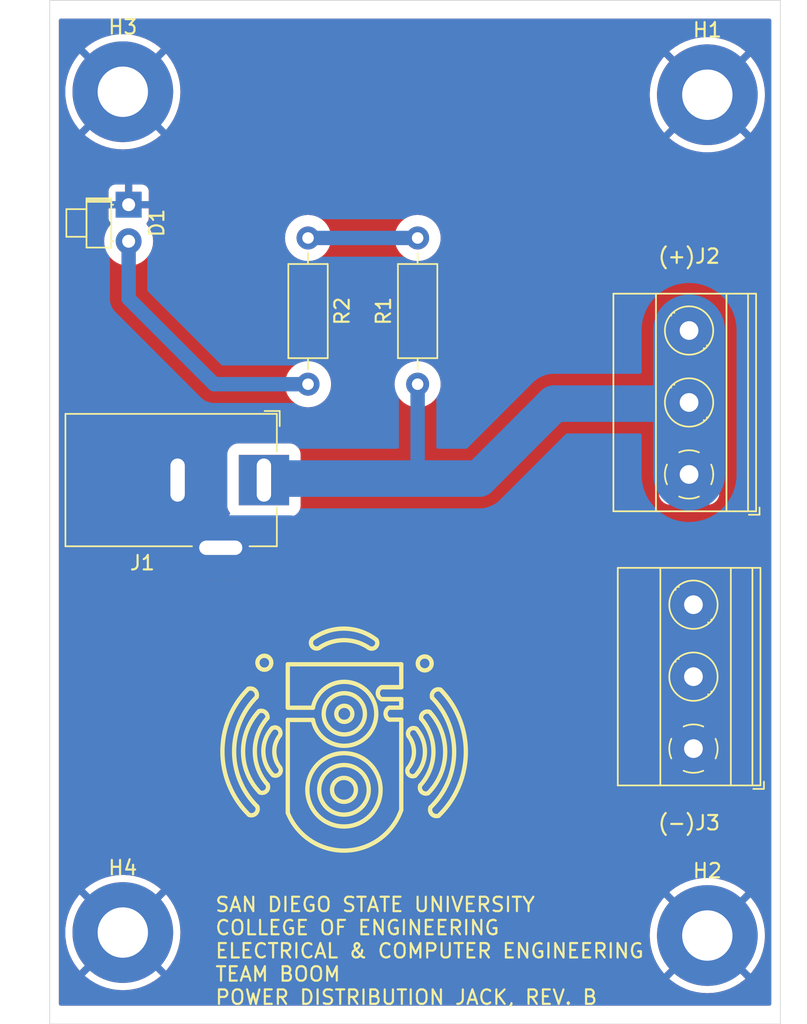
<source format=kicad_pcb>
(kicad_pcb (version 20240108) (generator "pcbnew") (generator_version "8.0")
  (layers (0 "F.Cu" signal) (31 "B.Cu" signal) (34 "B.Paste" user) (35 "F.Paste" user) (36 "B.SilkS" user "B.Silkscreen") (37 "F.SilkS" user "F.Silkscreen") (38 "B.Mask" user) (39 "F.Mask" user) (44 "Edge.Cuts" user))
  (net 0 "")
  (net 1 "Net-(R1-Pad2)")
  (net 2 "18V")
  (net 3 "Net-(D1-A)")
  (net 4 "GND")
  (footprint "MountingHole:MountingHole_3.5mm_Pad" (layer "F.Cu") (at 124.46 130.81)
    (property "Reference" "H4" (at 0 -4.5 0) (layer "F.SilkS"))
    (property "Value" "MountingHole_Pad")
    (pad "1" thru_hole circle (at 0 0) (size 7 7) (drill 3.5) (layers "*.Cu" "*.Mask") (net 4 "GND"))
  )
  (footprint "LED_THT:LED_D1.8mm_W1.8mm_H2.4mm_Horizontal_O1.27mm_Z1.6mm" (layer "F.Cu") (at 124.865 80.237 -90)
    (property "Reference" "D1" (at 1.27 -1.96 90) (layer "F.SilkS"))
    (property "Value" "LED (PWR Indicator)")
    (fp_line (start 0.31 4.33) (end 2.23 4.33) (stroke (width 0.12)) (layer "F.SilkS"))
    (fp_line (start 2.23 4.33) (end 2.23 2.93) (stroke (width 0.12)) (layer "F.SilkS"))
    (fp_line (start -0.44 2.93) (end 2.98 2.93) (stroke (width 0.12)) (layer "F.SilkS"))
    (fp_line (start 0.31 2.93) (end 0.31 4.33) (stroke (width 0.12)) (layer "F.SilkS"))
    (fp_line (start 2.23 2.93) (end 0.31 2.93) (stroke (width 0.12)) (layer "F.SilkS"))
    (fp_line (start 2.98 2.93) (end 2.98 1.21) (stroke (width 0.12)) (layer "F.SilkS"))
    (fp_line (start -0.44 1.21) (end -0.44 2.93) (stroke (width 0.12)) (layer "F.SilkS"))
    (fp_line (start -0.32 1.21) (end -0.32 2.93) (stroke (width 0.12)) (layer "F.SilkS"))
    (fp_line (start -0.2 1.21) (end -0.2 2.93) (stroke (width 0.12)) (layer "F.SilkS"))
    (fp_line (start 0 1.21) (end 0 1.21) (stroke (width 0.12)) (layer "F.SilkS"))
    (fp_line (start 0 1.21) (end 0 1.08) (stroke (width 0.12)) (layer "F.SilkS"))
    (fp_line (start 2.54 1.21) (end 2.54 1.21) (stroke (width 0.12)) (layer "F.SilkS"))
    (fp_line (start 2.54 1.21) (end 2.54 1.08) (stroke (width 0.12)) (layer "F.SilkS"))
    (fp_line (start 2.98 1.21) (end -0.44 1.21) (stroke (width 0.12)) (layer "F.SilkS"))
    (fp_line (start 0 1.08) (end 0 1.21) (stroke (width 0.12)) (layer "F.SilkS"))
    (fp_line (start 0 1.08) (end 0 1.08) (stroke (width 0.12)) (layer "F.SilkS"))
    (fp_line (start 2.54 1.08) (end 2.54 1.21) (stroke (width 0.12)) (layer "F.SilkS"))
    (fp_line (start 2.54 1.08) (end 2.54 1.08) (stroke (width 0.12)) (layer "F.SilkS"))
    (pad "1" thru_hole rect (at 0 0 270) (size 1.8 1.8) (drill 0.9) (layers "*.Cu" "*.Mask") (net 4 "GND"))
    (pad "2" thru_hole circle (at 2.54 0 270) (size 1.8 1.8) (drill 0.9) (layers "*.Cu" "*.Mask") (net 3 "Net-(D1-A)"))
  )
  (footprint "Connector_BarrelJack:BarrelJack_Horizontal" (layer "F.Cu") (at 134.27 99.3725)
    (property "Reference" "J1" (at -8.45 5.75 0) (layer "F.SilkS"))
    (property "Value" "Barrel_Jack_Switch_MountingPin")
    (fp_line (start -13.8 -4.6) (end 0.9 -4.6) (stroke (width 0.12)) (layer "F.SilkS"))
    (fp_line (start -13.8 4.6) (end -13.8 -4.6) (stroke (width 0.12)) (layer "F.SilkS"))
    (fp_line (start -5 4.6) (end -13.8 4.6) (stroke (width 0.12)) (layer "F.SilkS"))
    (fp_line (start 0.05 -4.8) (end 1.1 -4.8) (stroke (width 0.12)) (layer "F.SilkS"))
    (fp_line (start 0.9 -4.6) (end 0.9 -2) (stroke (width 0.12)) (layer "F.SilkS"))
    (fp_line (start 0.9 1.9) (end 0.9 4.6) (stroke (width 0.12)) (layer "F.SilkS"))
    (fp_line (start 0.9 4.6) (end -1 4.6) (stroke (width 0.12)) (layer "F.SilkS"))
    (fp_line (start 1.1 -3.75) (end 1.1 -4.8) (stroke (width 0.12)) (layer "F.SilkS"))
    (pad "1" thru_hole rect (at 0 0) (size 3.5 3.5) (drill oval 1 3) (layers "*.Cu" "*.Mask") (net 2 "18V"))
    (pad "2" thru_hole roundrect (at -6 0) (size 3 3.5) (drill oval 1 3) (layers "*.Cu" "*.Mask") (net 4 "GND"))
    (pad "3" thru_hole roundrect (at -3 4.7) (size 3.5 3.5) (drill oval 3 1) (layers "*.Cu" "*.Mask") (net 4 "GND"))
  )
  (footprint "Resistor_THT:R_Axial_DIN0207_L6.3mm_D2.5mm_P10.16mm_Horizontal" (layer "F.Cu") (at 144.958 92.71 90)
    (property "Reference" "R1" (at 5.08 -2.37 90) (layer "F.SilkS"))
    (property "Value" "500")
    (fp_line (start 8.35 -1.37) (end 1.81 -1.37) (stroke (width 0.12)) (layer "F.SilkS"))
    (fp_line (start 1.81 -1.37) (end 1.81 1.37) (stroke (width 0.12)) (layer "F.SilkS"))
    (fp_line (start 9.12 0) (end 8.35 0) (stroke (width 0.12)) (layer "F.SilkS"))
    (fp_line (start 1.04 0) (end 1.81 0) (stroke (width 0.12)) (layer "F.SilkS"))
    (fp_line (start 8.35 1.37) (end 8.35 -1.37) (stroke (width 0.12)) (layer "F.SilkS"))
    (fp_line (start 1.81 1.37) (end 8.35 1.37) (stroke (width 0.12)) (layer "F.SilkS"))
    (pad "1" thru_hole circle (at 0 0 90) (size 1.6 1.6) (drill 0.8) (layers "*.Cu" "*.Mask") (net 2 "18V"))
    (pad "2" thru_hole oval (at 10.16 0 90) (size 1.6 1.6) (drill 0.8) (layers "*.Cu" "*.Mask") (net 1 "Net-(R1-Pad2)"))
  )
  (footprint "TerminalBlock_Phoenix:TerminalBlock_Phoenix_MKDS-1,5-3_1x03_P5.00mm_Horizontal" (layer "F.Cu") (at 164.135 118.03 90)
    (property "Reference" "(-)J3" (at -5.16 -0.305 0) (layer "F.SilkS"))
    (property "Value" "Screw_Terminal_01x03")
    (fp_line (start 12.56 -5.261) (end 12.56 4.66) (stroke (width 0.12)) (layer "F.SilkS"))
    (fp_line (start -2.56 -5.261) (end 12.56 -5.261) (stroke (width 0.12)) (layer "F.SilkS"))
    (fp_line (start -2.56 -5.261) (end -2.56 4.66) (stroke (width 0.12)) (layer "F.SilkS"))
    (fp_line (start -2.56 -2.301) (end 12.56 -2.301) (stroke (width 0.12)) (layer "F.SilkS"))
    (fp_line (start 11.07 -1.275) (end 11.035 -1.239) (stroke (width 0.12)) (layer "F.SilkS"))
    (fp_line (start 6.07 -1.275) (end 6.035 -1.239) (stroke (width 0.12)) (layer "F.SilkS"))
    (fp_line (start 11.275 -1.069) (end 11.228 -1.023) (stroke (width 0.12)) (layer "F.SilkS"))
    (fp_line (start 6.275 -1.069) (end 6.228 -1.023) (stroke (width 0.12)) (layer "F.SilkS"))
    (fp_line (start 8.773 1.023) (end 8.726 1.069) (stroke (width 0.12)) (layer "F.SilkS"))
    (fp_line (start 3.773 1.023) (end 3.726 1.069) (stroke (width 0.12)) (layer "F.SilkS"))
    (fp_line (start 8.966 1.239) (end 8.931 1.274) (stroke (width 0.12)) (layer "F.SilkS"))
    (fp_line (start 3.966 1.239) (end 3.931 1.274) (stroke (width 0.12)) (layer "F.SilkS"))
    (fp_line (start -2.56 2.6) (end 12.56 2.6) (stroke (width 0.12)) (layer "F.SilkS"))
    (fp_line (start -2.56 4.1) (end 12.56 4.1) (stroke (width 0.12)) (layer "F.SilkS"))
    (fp_line (start -2.8 4.16) (end -2.8 4.9) (stroke (width 0.12)) (layer "F.SilkS"))
    (fp_line (start -2.56 4.66) (end 12.56 4.66) (stroke (width 0.12)) (layer "F.SilkS"))
    (fp_line (start -2.8 4.9) (end -2.3 4.9) (stroke (width 0.12)) (layer "F.SilkS"))
    (fp_arc (start -0.683042 -1.535427) (mid 0.000524 -1.680501) (end 0.684 -1.535) (stroke (width 0.12)) (layer "F.SilkS"))
    (fp_arc (start 1.535427 -0.683042) (mid 1.680501 0.000524) (end 1.535 0.684) (stroke (width 0.12)) (layer "F.SilkS"))
    (fp_arc (start -1.535427 0.683042) (mid -1.680501 -0.000524) (end -1.535 -0.684) (stroke (width 0.12)) (layer "F.SilkS"))
    (fp_arc (start 0.683318 1.534756) (mid 0.349292 1.643288) (end 0 1.68) (stroke (width 0.12)) (layer "F.SilkS"))
    (fp_arc (start 0.028805 1.680253) (mid -0.335551 1.646659) (end -0.684 1.535) (stroke (width 0.12)) (layer "F.SilkS"))
    (fp_circle (center 10 0) (end 11.68 0) (stroke (width 0.12)) (fill none) (layer "F.SilkS"))
    (fp_circle (center 5 0) (end 6.68 0) (stroke (width 0.12)) (fill none) (layer "F.SilkS"))
    (pad "1" thru_hole rect (at 0 0 90) (size 2.6 2.6) (drill 1.3) (layers "*.Cu" "*.Mask") (net 4 "GND"))
    (pad "2" thru_hole circle (at 5 0 90) (size 2.6 2.6) (drill 1.3) (layers "*.Cu" "*.Mask") (net 4 "GND"))
    (pad "3" thru_hole circle (at 10 0 90) (size 2.6 2.6) (drill 1.3) (layers "*.Cu" "*.Mask") (net 4 "GND"))
  )
  (footprint "MountingHole:MountingHole_3.5mm_Pad" (layer "F.Cu") (at 165.1 131.017)
    (property "Reference" "H2" (at 0 -4.5 0) (layer "F.SilkS"))
    (property "Value" "MountingHole_Pad")
    (pad "1" thru_hole circle (at 0 0) (size 7 7) (drill 3.5) (layers "*.Cu" "*.Mask") (net 4 "GND"))
  )
  (footprint "MountingHole:MountingHole_3.5mm_Pad" (layer "F.Cu") (at 165.1 72.597)
    (property "Reference" "H1" (at 0 -4.5 0) (layer "F.SilkS"))
    (property "Value" "MountingHole_Pad")
    (pad "1" thru_hole circle (at 0 0) (size 7 7) (drill 3.5) (layers "*.Cu" "*.Mask") (net 4 "GND"))
  )
  (footprint "MountingHole:MountingHole_3.5mm_Pad" (layer "F.Cu") (at 124.46 72.39)
    (property "Reference" "H3" (at 0 -4.5 0) (layer "F.SilkS"))
    (property "Value" "MountingHole_Pad")
    (pad "1" thru_hole circle (at 0 0) (size 7 7) (drill 3.5) (layers "*.Cu" "*.Mask") (net 4 "GND"))
  )
  (footprint "TerminalBlock_Phoenix:TerminalBlock_Phoenix_MKDS-1,5-3_1x03_P5.00mm_Horizontal" (layer "F.Cu") (at 163.83 98.98 90)
    (property "Reference" "(+)J2" (at 15.16 0 0) (layer "F.SilkS"))
    (property "Value" "Screw_Terminal_01x03")
    (fp_line (start 12.56 -5.261) (end 12.56 4.66) (stroke (width 0.12)) (layer "F.SilkS"))
    (fp_line (start -2.56 -5.261) (end 12.56 -5.261) (stroke (width 0.12)) (layer "F.SilkS"))
    (fp_line (start -2.56 -5.261) (end -2.56 4.66) (stroke (width 0.12)) (layer "F.SilkS"))
    (fp_line (start -2.56 -2.301) (end 12.56 -2.301) (stroke (width 0.12)) (layer "F.SilkS"))
    (fp_line (start 11.07 -1.275) (end 11.035 -1.239) (stroke (width 0.12)) (layer "F.SilkS"))
    (fp_line (start 6.07 -1.275) (end 6.035 -1.239) (stroke (width 0.12)) (layer "F.SilkS"))
    (fp_line (start 11.275 -1.069) (end 11.228 -1.023) (stroke (width 0.12)) (layer "F.SilkS"))
    (fp_line (start 6.275 -1.069) (end 6.228 -1.023) (stroke (width 0.12)) (layer "F.SilkS"))
    (fp_line (start 8.773 1.023) (end 8.726 1.069) (stroke (width 0.12)) (layer "F.SilkS"))
    (fp_line (start 3.773 1.023) (end 3.726 1.069) (stroke (width 0.12)) (layer "F.SilkS"))
    (fp_line (start 8.966 1.239) (end 8.931 1.274) (stroke (width 0.12)) (layer "F.SilkS"))
    (fp_line (start 3.966 1.239) (end 3.931 1.274) (stroke (width 0.12)) (layer "F.SilkS"))
    (fp_line (start -2.56 2.6) (end 12.56 2.6) (stroke (width 0.12)) (layer "F.SilkS"))
    (fp_line (start -2.56 4.1) (end 12.56 4.1) (stroke (width 0.12)) (layer "F.SilkS"))
    (fp_line (start -2.8 4.16) (end -2.8 4.9) (stroke (width 0.12)) (layer "F.SilkS"))
    (fp_line (start -2.56 4.66) (end 12.56 4.66) (stroke (width 0.12)) (layer "F.SilkS"))
    (fp_line (start -2.8 4.9) (end -2.3 4.9) (stroke (width 0.12)) (layer "F.SilkS"))
    (fp_arc (start -0.683042 -1.535427) (mid 0.000524 -1.680501) (end 0.684 -1.535) (stroke (width 0.12)) (layer "F.SilkS"))
    (fp_arc (start 1.535427 -0.683042) (mid 1.680501 0.000524) (end 1.535 0.684) (stroke (width 0.12)) (layer "F.SilkS"))
    (fp_arc (start -1.535427 0.683042) (mid -1.680501 -0.000524) (end -1.535 -0.684) (stroke (width 0.12)) (layer "F.SilkS"))
    (fp_arc (start 0.683318 1.534756) (mid 0.349292 1.643288) (end 0 1.68) (stroke (width 0.12)) (layer "F.SilkS"))
    (fp_arc (start 0.028805 1.680253) (mid -0.335551 1.646659) (end -0.684 1.535) (stroke (width 0.12)) (layer "F.SilkS"))
    (fp_circle (center 10 0) (end 11.68 0) (stroke (width 0.12)) (fill none) (layer "F.SilkS"))
    (fp_circle (center 5 0) (end 6.68 0) (stroke (width 0.12)) (fill none) (layer "F.SilkS"))
    (pad "1" thru_hole rect (at 0 0 90) (size 2.6 2.6) (drill 1.3) (layers "*.Cu" "*.Mask") (net 2 "18V"))
    (pad "2" thru_hole circle (at 5 0 90) (size 2.6 2.6) (drill 1.3) (layers "*.Cu" "*.Mask") (net 2 "18V"))
    (pad "3" thru_hole circle (at 10 0 90) (size 2.6 2.6) (drill 1.3) (layers "*.Cu" "*.Mask") (net 2 "18V"))
  )
  (footprint "Resistor_THT:R_Axial_DIN0207_L6.3mm_D2.5mm_P10.16mm_Horizontal" (layer "F.Cu") (at 137.338 82.55 -90)
    (property "Reference" "R2" (at 5.08 -2.37 90) (layer "F.SilkS"))
    (property "Value" "400")
    (fp_line (start 1.81 1.37) (end 8.35 1.37) (stroke (width 0.12)) (layer "F.SilkS"))
    (fp_line (start 8.35 1.37) (end 8.35 -1.37) (stroke (width 0.12)) (layer "F.SilkS"))
    (fp_line (start 1.04 0) (end 1.81 0) (stroke (width 0.12)) (layer "F.SilkS"))
    (fp_line (start 9.12 0) (end 8.35 0) (stroke (width 0.12)) (layer "F.SilkS"))
    (fp_line (start 1.81 -1.37) (end 1.81 1.37) (stroke (width 0.12)) (layer "F.SilkS"))
    (fp_line (start 8.35 -1.37) (end 1.81 -1.37) (stroke (width 0.12)) (layer "F.SilkS"))
    (pad "1" thru_hole circle (at 0 0 270) (size 1.6 1.6) (drill 0.8) (layers "*.Cu" "*.Mask") (net 1 "Net-(R1-Pad2)"))
    (pad "2" thru_hole oval (at 10.16 0 270) (size 1.6 1.6) (drill 0.8) (layers "*.Cu" "*.Mask") (net 3 "Net-(D1-A)"))
  )
  (gr_line (start 142.449292 113.762788) (end 143.820381 113.762788) (stroke (width 0.3)) (layer "F.SilkS"))
  (gr_arc (start 142.449292 114.595736) (mid 142.188907 114.179262) (end 142.449292 113.762788) (stroke (width 0.3)) (layer "F.SilkS"))
  (gr_line (start 137.679027 115.188292) (end 135.929552 115.188292) (stroke (width 0.3)) (layer "F.SilkS"))
  (gr_circle (center 139.836908 120.894364) (end 141.559879 120.894364) (stroke (width 0.3)) (fill none) (layer "F.SilkS"))
  (gr_circle (center 139.836908 120.894364) (end 140.667709 120.894364) (stroke (width 0.3)) (fill none) (layer "F.SilkS"))
  (gr_circle (center 145.449972 112.111801) (end 145.933849 112.111801) (stroke (width 0.3)) (fill none) (layer "F.SilkS"))
  (gr_arc (start 133.18058 113.880304) (mid 133.650973 113.98271) (end 133.756389 114.452438) (stroke (width 0.3)) (layer "F.SilkS"))
  (gr_circle (center 139.836908 120.894364) (end 142.383533 120.894364) (stroke (width 0.3)) (fill none) (layer "F.SilkS"))
  (gr_arc (start 138.224505 110.953755) (mid 137.662527 110.957563) (end 137.658791 110.395584) (stroke (width 0.3)) (layer "F.SilkS"))
  (gr_arc (start 137.658791 110.395584) (mid 139.882986 109.692887) (end 142.082966 110.468074) (stroke (width 0.3)) (layer "F.SilkS"))
  (gr_arc (start 145.19896 115.947659) (mid 145.363991 115.544561) (end 145.795438 115.484728) (stroke (width 0.3)) (layer "F.SilkS"))
  (gr_line (start 135.929552 112.170782) (end 143.820381 112.170782) (stroke (width 0.3)) (layer "F.SilkS"))
  (gr_line (start 143.820381 115.183266) (end 142.988158 115.183266) (stroke (width 0.3)) (layer "F.SilkS"))
  (gr_line (start 142.449292 114.595736) (end 143.820381 114.595736) (stroke (width 0.3)) (layer "F.SilkS"))
  (gr_line (start 135.929552 122.490542) (end 135.929552 116.037225) (stroke (width 0.3)) (layer "F.SilkS"))
  (gr_arc (start 145.795438 115.484728) (mid 146.873696 118.322602) (end 145.693687 121.119699) (stroke (width 0.3)) (layer "F.SilkS"))
  (gr_arc (start 144.327898 117.159331) (mid 144.702891 118.275838) (end 144.296501 119.381304) (stroke (width 0.3)) (layer "F.SilkS"))
  (gr_arc (start 135.390686 119.342451) (mid 134.993991 118.23348) (end 135.378677 117.120287) (stroke (width 0.3)) (layer "F.SilkS"))
  (gr_circle (center 139.85995 115.612661) (end 141.293838 115.612661) (stroke (width 0.3)) (fill none) (layer "F.SilkS"))
  (gr_line (start 143.820381 113.762788) (end 142.449292 113.762788) (stroke (width 0.3)) (layer "F.SilkS"))
  (gr_arc (start 144.784362 119.911872) (mid 144.340093 119.830805) (end 144.296501 119.381304) (stroke (width 0.3)) (layer "F.SilkS"))
  (gr_arc (start 145.19896 115.947659) (mid 146.057682 118.272698) (end 145.147736 120.578171) (stroke (width 0.3)) (layer "F.SilkS"))
  (gr_line (start 143.820381 114.595736) (end 143.820381 115.183266) (stroke (width 0.3)) (layer "F.SilkS"))
  (gr_arc (start 133.925805 115.432944) (mid 134.356713 115.496537) (end 134.518221 115.901062) (stroke (width 0.3)) (layer "F.SilkS"))
  (gr_arc (start 134.529041 120.531844) (mid 134.43651 120.987752) (end 133.978385 121.068588) (stroke (width 0.3)) (layer "F.SilkS"))
  (gr_line (start 143.820381 116.016214) (end 143.820381 122.289768) (stroke (width 0.3)) (layer "F.SilkS"))
  (gr_arc (start 142.082966 110.468074) (mid 142.026912 110.982) (end 141.51 110.99) (stroke (width 0.3)) (layer "F.SilkS"))
  (gr_arc (start 145.693687 121.119699) (mid 145.236259 121.034909) (end 145.147736 120.578171) (stroke (width 0.3)) (layer "F.SilkS"))
  (gr_arc (start 137.679027 115.188292) (mid 142.081707 115.612562) (end 137.679065 116.037225) (stroke (width 0.3)) (layer "F.SilkS"))
  (gr_arc (start 146.419415 122.691634) (mid 145.947441 122.582645) (end 145.856369 122.106934) (stroke (width 0.3)) (layer "F.SilkS"))
  (gr_line (start 142.988158 116.016214) (end 143.820381 116.016214) (stroke (width 0.3)) (layer "F.SilkS"))
  (gr_arc (start 133.807095 122.054366) (mid 133.71178 122.529207) (end 133.238969 122.634131) (stroke (width 0.3)) (layer "F.SilkS"))
  (gr_arc (start 144.327898 117.159331) (mid 144.412253 116.70093) (end 144.876462 116.659053) (stroke (width 0.3)) (layer "F.SilkS"))
  (gr_arc (start 145.973402 114.505738) (mid 147.496873 118.330693) (end 145.856369 122.106934) (stroke (width 0.3)) (layer "F.SilkS"))
  (gr_arc (start 133.807095 122.054366) (mid 132.199604 118.263955) (end 133.756389 114.452438) (stroke (width 0.3)) (layer "F.SilkS"))
  (gr_arc (start 133.238969 122.634131) (mid 131.387899 118.26937) (end 133.18058 113.880304) (stroke (width 0.3)) (layer "F.SilkS"))
  (gr_line (start 135.929552 115.188292) (end 135.929552 112.170782) (stroke (width 0.3)) (layer "F.SilkS"))
  (gr_arc (start 143.820381 122.289768) (mid 139.944267 125.113823) (end 135.929552 122.490542) (stroke (width 0.3)) (layer "F.SilkS"))
  (gr_arc (start 146.554182 113.93865) (mid 148.3085 118.34319) (end 146.419415 122.691634) (stroke (width 0.3)) (layer "F.SilkS"))
  (gr_line (start 142.449292 114.595736) (end 143.820381 114.595736) (stroke (width 0.3)) (layer "F.SilkS"))
  (gr_arc (start 144.876462 116.659053) (mid 145.464752 118.303423) (end 144.784362 119.911872) (stroke (width 0.3)) (layer "F.SilkS"))
  (gr_arc (start 135.390686 119.342451) (mid 135.343216 119.79159) (end 134.898214 119.868741) (stroke (width 0.3)) (layer "F.SilkS"))
  (gr_circle (center 139.85995 115.612661) (end 140.418468 115.612661) (stroke (width 0.3)) (fill none) (layer "F.SilkS"))
  (gr_circle (center 134.300688 112.06316) (end 134.784565 112.06316) (stroke (width 0.3)) (fill none) (layer "F.SilkS"))
  (gr_line (start 135.929552 116.037225) (end 137.679065 116.037225) (stroke (width 0.3)) (layer "F.SilkS"))
  (gr_line (start 143.820381 112.170782) (end 143.820381 113.762788) (stroke (width 0.3)) (layer "F.SilkS"))
  (gr_arc (start 134.898214 119.868741) (mid 134.231891 118.254416) (end 134.8345 116.615242) (stroke (width 0.3)) (layer "F.SilkS"))
  (gr_arc (start 134.529041 120.531844) (mid 133.639248 118.218519) (end 134.518221 115.901062) (stroke (width 0.3)) (layer "F.SilkS"))
  (gr_arc (start 133.978385 121.068588) (mid 132.822832 118.261302) (end 133.925805 115.432944) (stroke (width 0.3)) (layer "F.SilkS"))
  (gr_arc (start 134.8345 116.615242) (mid 135.298284 116.661216) (end 135.378677 117.120287) (stroke (width 0.3)) (layer "F.SilkS"))
  (gr_arc (start 142.988158 116.016214) (mid 142.727722 115.59974) (end 142.988158 115.183266) (stroke (width 0.3)) (layer "F.SilkS"))
  (gr_arc (start 145.973402 114.505738) (mid 146.082867 114.036911) (end 146.554182 113.93865) (stroke (width 0.3)) (layer "F.SilkS"))
  (gr_arc (start 138.224505 110.953755) (mid 139.872494 110.496781) (end 141.51 110.99) (stroke (width 0.3)) (layer "F.SilkS"))
  (gr_rect (start 119.38 66.04) (end 170.18 137.16) (stroke (width 0.05)) (fill none) (layer "Edge.Cuts"))
  (gr_text "SAN DIEGO STATE UNIVERSITY\nCOLLEGE OF ENGINEERING\nELECTRICAL & COMPUTER ENGINEERING\nTEAM BOOM\nPOWER DISTRIBUTION JACK, REV. B" (at 130.81 135.89 0) (layer "F.SilkS") (effects (font (size 1 1)) (justify left bottom)))
  (segment (start 137.338 82.55) (end 144.958 82.55) (width 1) (layer "B.Cu") (net 1))
  (segment (start 134.3755 99.267) (end 134.27 99.3725) (width 0.508) (layer "B.Cu") (net 2))
  (segment (start 163.623 99.267) (end 163.83 99.06) (width 2.54) (layer "B.Cu") (net 2))
  (segment (start 163.543 99.267) (end 163.83 98.98) (width 0.508) (layer "B.Cu") (net 2))
  (segment (start 163.83 93.98) (end 163.75 94.06) (width 2.54) (layer "B.Cu") (net 2))
  (segment (start 145 99.267) (end 144.958 99.225) (width 2.54) (layer "B.Cu") (net 2))
  (segment (start 149.233 99.267) (end 134.3755 99.267) (width 2.54) (layer "B.Cu") (net 2))
  (segment (start 154.44 94.06) (end 149.233 99.267) (width 2.54) (layer "B.Cu") (net 2))
  (segment (start 163.75 89.06) (end 163.83 88.98) (width 2.54) (layer "B.Cu") (net 2))
  (segment (start 163.75 94.06) (end 154.44 94.06) (width 2.54) (layer "B.Cu") (net 2))
  (segment (start 144.958 99.225) (end 144.958 92.71) (width 1) (layer "B.Cu") (net 2))
  (segment (start 163.83 88.98) (end 163.83 98.98) (width 5) (layer "B.Cu") (net 2))
  (segment (start 124.865 86.765) (end 124.865 82.777) (width 1) (layer "B.Cu") (net 3))
  (segment (start 130.81 92.71) (end 137.338 92.71) (width 1) (layer "B.Cu") (net 3))
  (segment (start 130.81 92.71) (end 124.865 86.765) (width 1) (layer "B.Cu") (net 3))
  (segment (start 164.135 108.365) (end 164.135 108.03) (width 0.2) (layer "B.Cu") (net 4))
  (segment (start 128.27 98) (end 128.27 104.03) (width 4.5) (layer "B.Cu") (net 4))
  (segment (start 128.3125 104.0725) (end 136 104.0725) (width 4.5) (layer "B.Cu") (net 4))
  (segment (start 164.135 108.365) (end 164 108.5) (width 0.2) (layer "B.Cu") (net 4))
  (segment (start 125.092 80.01) (end 124.865 80.237) (width 0.508) (layer "B.Cu") (net 4))
  (segment (start 164.135 118.03) (end 164.135 108.03) (width 5) (layer "B.Cu") (net 4))
  (segment (start 164.135 130.052) (end 165.1 131.017) (width 2.54) (layer "B.Cu") (net 4))
  (segment (start 128.27 104.03) (end 128.3125 104.0725) (width 0.2) (layer "B.Cu") (net 4))
  (zone (net 4) (net_name "GND") (layer "F.Cu") (priority 1) (connect_pads (clearance 0.5)) (min_thickness 0.25) (fill yes (thermal_gap 0.5) (thermal_bridge_width 0.5) (island_removal_mode 1) (island_area_min 9.999999))
    (polygon (pts (xy 120.015 67.31) (xy 169.545 67.31) (xy 169.545 135.89) (xy 120.015 135.89)))
  )
  (zone (net 4) (net_name "GND") (layer "B.Cu") (connect_pads (clearance 0.5)) (min_thickness 0.25) (fill yes (thermal_gap 0.5) (thermal_bridge_width 0.5) (island_removal_mode 1) (island_area_min 9.999999))
    (polygon (pts (xy 120.015 67.31) (xy 169.545 67.31) (xy 169.545 135.89) (xy 120.015 135.89)))
  )
)
</source>
